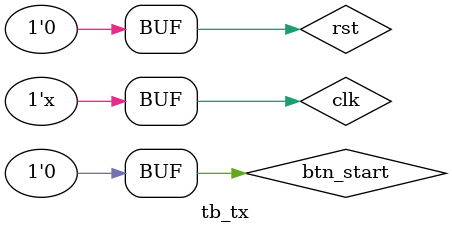
<source format=v>
`timescale 1ns / 1ps

module tb_tx();
    reg clk, rst, btn_start;
    wire tx;


    /*uart_tx U_tx (
        .clk(clk),
        .rst(rst),
        .tick(tick),
        .start_triger(start_triger),
        .data_in(data_in),
        .o_tx(o_tx)
    ); */
    send_tx_btn U_Send_tx (
        .clk(clk),
        .rst(rst),
        .btn_start(btn_start),
        .tx(tx)
    );

    always #0.05 clk = ~clk;

    initial begin
        clk = 1'b0;
        rst = 1'b1;
        btn_start = 1'b0;

        #20 rst = 1'b0;
        #100000;
        #100000 btn_start = 1'b1;
        #100000 btn_start = 1'b0;
        #100000 btn_start = 1'b1;
        #100000 btn_start = 1'b0;
        
    end
endmodule

</source>
